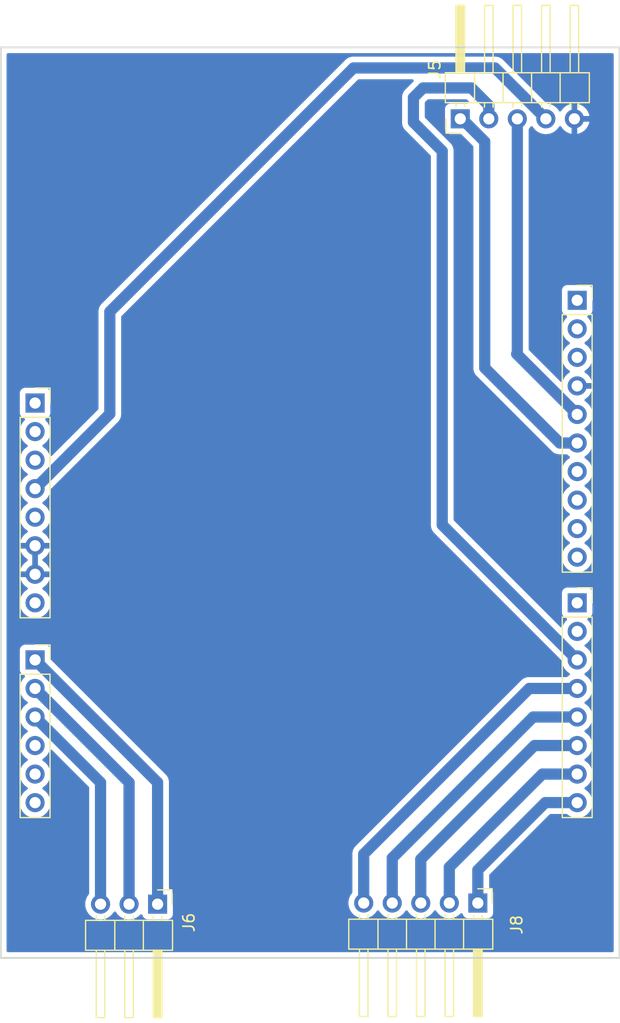
<source format=kicad_pcb>
(kicad_pcb (version 20211014) (generator pcbnew)
  (title_block (date "mar. 31 mars 2015"))
  (layers (0 "F.Cu" signal) (31 "B.Cu" signal) (34 "B.Paste" user) (35 "F.Paste" user) (36 "B.SilkS" user "B.Silkscreen") (37 "F.SilkS" user "F.Silkscreen") (38 "B.Mask" user) (39 "F.Mask" user) (44 "Edge.Cuts" user))
  (net 0 "")
  (net 1 "GND")
  (net 3 "+5V")
  (net 4 "/IOREF")
  (net 5 "/A0")
  (net 6 "/A1")
  (net 7 "/A2")
  (net 8 "/A3")
  (net 9 "/SDA{slash}A4")
  (net 10 "/SCL{slash}A5")
  (net 11 "+3V3")
  (net 12 "VCC")
  (net 13 "/~{RESET}")
  (net 23 "/D12")
  (net 24 "/D13")
  (net 25 "/D5")
  (net 26 "/D0")
  (net 27 "/D1")
  (net 28 "/D2")
  (net 29 "/D3")
  (net 30 "/D4")
  (footprint "Connector_PinSocket_2.54mm:PinSocket_1x08_P2.54mm_Vertical" (layer "F.Cu") (at 109.7028 67.4372)
    (fp_text reference "J1" hide)
    (fp_text value "Power")
    (fp_line (start -1.33 19.11) (end 1.33 19.11) (layer "F.SilkS") (width 0.12))
    (fp_line (start 1.33 1.27) (end 1.33 19.11) (layer "F.SilkS") (width 0.12))
    (fp_line (start -1.33 1.27) (end 1.33 1.27) (layer "F.SilkS") (width 0.12))
    (fp_line (start 0 -1.33) (end 1.33 -1.33) (layer "F.SilkS") (width 0.12))
    (fp_line (start 1.33 -1.33) (end 1.33 0) (layer "F.SilkS") (width 0.12))
    (fp_line (start -1.33 1.27) (end -1.33 19.11) (layer "F.SilkS") (width 0.12))
    (pad "1" thru_hole rect locked (at 0 0) (size 1.7 1.7) (drill 1) (layers *.Cu *.Mask))
    (pad "2" thru_hole oval locked (at 0 2.54) (size 1.7 1.7) (drill 1) (layers *.Cu *.Mask) (net 4 "/IOREF"))
    (pad "3" thru_hole oval locked (at 0 5.08) (size 1.7 1.7) (drill 1) (layers *.Cu *.Mask) (net 13 "/~{RESET}"))
    (pad "4" thru_hole oval locked (at 0 7.62) (size 1.7 1.7) (drill 1) (layers *.Cu *.Mask) (net 11 "+3V3"))
    (pad "5" thru_hole oval locked (at 0 10.16) (size 1.7 1.7) (drill 1) (layers *.Cu *.Mask) (net 3 "+5V"))
    (pad "6" thru_hole oval locked (at 0 12.7) (size 1.7 1.7) (drill 1) (layers *.Cu *.Mask) (net 1 "GND"))
    (pad "7" thru_hole oval locked (at 0 15.24) (size 1.7 1.7) (drill 1) (layers *.Cu *.Mask) (net 1 "GND"))
    (pad "8" thru_hole oval locked (at 0 17.78) (size 1.7 1.7) (drill 1) (layers *.Cu *.Mask) (net 12 "VCC"))
  )
  (footprint "Connector_PinSocket_2.54mm:PinSocket_1x06_P2.54mm_Vertical" (layer "F.Cu") (at 109.7028 90.2972)
    (fp_text reference "J3" hide)
    (fp_text value "Analog")
    (fp_line (start 1.33 1.27) (end 1.33 14.03) (layer "F.SilkS") (width 0.12))
    (fp_line (start 0 -1.33) (end 1.33 -1.33) (layer "F.SilkS") (width 0.12))
    (fp_line (start -1.33 1.27) (end 1.33 1.27) (layer "F.SilkS") (width 0.12))
    (fp_line (start -1.33 1.27) (end -1.33 14.03) (layer "F.SilkS") (width 0.12))
    (fp_line (start -1.33 14.03) (end 1.33 14.03) (layer "F.SilkS") (width 0.12))
    (fp_line (start 1.33 -1.33) (end 1.33 0) (layer "F.SilkS") (width 0.12))
    (pad "1" thru_hole rect locked (at 0 0) (size 1.7 1.7) (drill 1) (layers *.Cu *.Mask) (net 5 "/A0"))
    (pad "2" thru_hole oval locked (at 0 2.54) (size 1.7 1.7) (drill 1) (layers *.Cu *.Mask) (net 6 "/A1"))
    (pad "3" thru_hole oval locked (at 0 5.08) (size 1.7 1.7) (drill 1) (layers *.Cu *.Mask) (net 7 "/A2"))
    (pad "4" thru_hole oval locked (at 0 7.62) (size 1.7 1.7) (drill 1) (layers *.Cu *.Mask) (net 8 "/A3"))
    (pad "5" thru_hole oval locked (at 0 10.16) (size 1.7 1.7) (drill 1) (layers *.Cu *.Mask) (net 9 "/SDA{slash}A4"))
    (pad "6" thru_hole oval locked (at 0 12.7) (size 1.7 1.7) (drill 1) (layers *.Cu *.Mask) (net 10 "/SCL{slash}A5"))
  )
  (footprint "Connector_PinSocket_2.54mm:PinSocket_1x10_P2.54mm_Vertical" (layer "F.Cu") (at 157.9628 58.2932)
    (fp_text reference "J2" hide)
    (fp_text value "Digital/PWM")
    (fp_line (start -1.33 24.19) (end 1.33 24.19) (layer "F.SilkS") (width 0.12))
    (fp_line (start -1.33 1.27) (end -1.33 24.19) (layer "F.SilkS") (width 0.12))
    (fp_line (start 1.33 -1.33) (end 1.33 0) (layer "F.SilkS") (width 0.12))
    (fp_line (start 0 -1.33) (end 1.33 -1.33) (layer "F.SilkS") (width 0.12))
    (fp_line (start 1.33 1.27) (end 1.33 24.19) (layer "F.SilkS") (width 0.12))
    (fp_line (start -1.33 1.27) (end 1.33 1.27) (layer "F.SilkS") (width 0.12))
    (pad "1" thru_hole rect locked (at 0 0) (size 1.7 1.7) (drill 1) (layers *.Cu *.Mask))
    (pad "2" thru_hole oval locked (at 0 2.54) (size 1.7 1.7) (drill 1) (layers *.Cu *.Mask))
    (pad "3" thru_hole oval locked (at 0 5.08) (size 1.7 1.7) (drill 1) (layers *.Cu *.Mask))
    (pad "4" thru_hole oval locked (at 0 7.62) (size 1.7 1.7) (drill 1) (layers *.Cu *.Mask) (net 1 "GND"))
    (pad "5" thru_hole oval locked (at 0 10.16) (size 1.7 1.7) (drill 1) (layers *.Cu *.Mask) (net 24 "/D13"))
    (pad "6" thru_hole oval locked (at 0 12.7) (size 1.7 1.7) (drill 1) (layers *.Cu *.Mask) (net 23 "/D12"))
    (pad "7" thru_hole oval locked (at 0 15.24) (size 1.7 1.7) (drill 1) (layers *.Cu *.Mask))
    (pad "8" thru_hole oval locked (at 0 17.78) (size 1.7 1.7) (drill 1) (layers *.Cu *.Mask))
    (pad "9" thru_hole oval locked (at 0 20.32) (size 1.7 1.7) (drill 1) (layers *.Cu *.Mask))
    (pad "10" thru_hole oval locked (at 0 22.86) (size 1.7 1.7) (drill 1) (layers *.Cu *.Mask))
  )
  (footprint "Connector_PinSocket_2.54mm:PinSocket_1x08_P2.54mm_Vertical" (layer "F.Cu") (at 157.9628 85.2172)
    (fp_text reference "J4" hide)
    (fp_text value "Digital/PWM")
    (fp_line (start -1.33 19.11) (end 1.33 19.11) (layer "F.SilkS") (width 0.12))
    (fp_line (start -1.33 1.27) (end -1.33 19.11) (layer "F.SilkS") (width 0.12))
    (fp_line (start 0 -1.33) (end 1.33 -1.33) (layer "F.SilkS") (width 0.12))
    (fp_line (start -1.33 1.27) (end 1.33 1.27) (layer "F.SilkS") (width 0.12))
    (fp_line (start 1.33 -1.33) (end 1.33 0) (layer "F.SilkS") (width 0.12))
    (fp_line (start 1.33 1.27) (end 1.33 19.11) (layer "F.SilkS") (width 0.12))
    (pad "1" thru_hole rect locked (at 0 0) (size 1.7 1.7) (drill 1) (layers *.Cu *.Mask))
    (pad "2" thru_hole oval locked (at 0 2.54) (size 1.7 1.7) (drill 1) (layers *.Cu *.Mask))
    (pad "3" thru_hole oval locked (at 0 5.08) (size 1.7 1.7) (drill 1) (layers *.Cu *.Mask) (net 25 "/D5"))
    (pad "4" thru_hole oval locked (at 0 7.62) (size 1.7 1.7) (drill 1) (layers *.Cu *.Mask) (net 30 "/D4"))
    (pad "5" thru_hole oval locked (at 0 10.16) (size 1.7 1.7) (drill 1) (layers *.Cu *.Mask) (net 29 "/D3"))
    (pad "6" thru_hole oval locked (at 0 12.7) (size 1.7 1.7) (drill 1) (layers *.Cu *.Mask) (net 28 "/D2"))
    (pad "7" thru_hole oval locked (at 0 15.24) (size 1.7 1.7) (drill 1) (layers *.Cu *.Mask) (net 27 "/D1"))
    (pad "8" thru_hole oval locked (at 0 17.78) (size 1.7 1.7) (drill 1) (layers *.Cu *.Mask) (net 26 "/D0"))
  )
  (footprint "Connector_PinHeader_2.54mm:PinHeader_1x05_P2.54mm_Horizontal" (layer "F.Cu") (at 147.5538 42.145 90)
    (fp_text reference "J5" (at 4.385 -2.27 90) (layer "F.SilkS"))
    (fp_text value "Conn_01x05_Male")
    (fp_line (start 1.44 -1.33) (end 1.44 11.49) (layer "F.SilkS") (width 0.12))
    (fp_line (start 4.1 4.7) (end 10.1 4.7) (layer "F.SilkS") (width 0.12))
    (fp_line (start 10.1 0.38) (end 4.1 0.38) (layer "F.SilkS") (width 0.12))
    (fp_line (start 10.1 10.54) (end 4.1 10.54) (layer "F.SilkS") (width 0.12))
    (fp_line (start 1.042929 2.16) (end 1.44 2.16) (layer "F.SilkS") (width 0.12))
    (fp_line (start 4.1 2.16) (end 10.1 2.16) (layer "F.SilkS") (width 0.12))
    (fp_line (start 4.1 -0.08) (end 10.1 -0.08) (layer "F.SilkS") (width 0.12))
    (fp_line (start 10.1 7.24) (end 10.1 8) (layer "F.SilkS") (width 0.12))
    (fp_line (start -1.27 -1.27) (end 0 -1.27) (layer "F.SilkS") (width 0.12))
    (fp_line (start 4.1 -1.33) (end 1.44 -1.33) (layer "F.SilkS") (width 0.12))
    (fp_line (start 1.44 6.35) (end 4.1 6.35) (layer "F.SilkS") (width 0.12))
    (fp_line (start 10.1 2.16) (end 10.1 2.92) (layer "F.SilkS") (width 0.12))
    (fp_line (start 10.1 9.78) (end 10.1 10.54) (layer "F.SilkS") (width 0.12))
    (fp_line (start 1.042929 2.92) (end 1.44 2.92) (layer "F.SilkS") (width 0.12))
    (fp_line (start 1.11 -0.38) (end 1.44 -0.38) (layer "F.SilkS") (width 0.12))
    (fp_line (start 4.1 0.28) (end 10.1 0.28) (layer "F.SilkS") (width 0.12))
    (fp_line (start 4.1 -0.2) (end 10.1 -0.2) (layer "F.SilkS") (width 0.12))
    (fp_line (start 4.1 11.49) (end 4.1 -1.33) (layer "F.SilkS") (width 0.12))
    (fp_line (start 10.1 4.7) (end 10.1 5.46) (layer "F.SilkS") (width 0.12))
    (fp_line (start 10.1 8) (end 4.1 8) (layer "F.SilkS") (width 0.12))
    (fp_line (start 1.44 11.49) (end 4.1 11.49) (layer "F.SilkS") (width 0.12))
    (fp_line (start 1.11 0.38) (end 1.44 0.38) (layer "F.SilkS") (width 0.12))
    (fp_line (start 10.1 -0.38) (end 10.1 0.38) (layer "F.SilkS") (width 0.12))
    (fp_line (start 4.1 -0.32) (end 10.1 -0.32) (layer "F.SilkS") (width 0.12))
    (fp_line (start 1.042929 9.78) (end 1.44 9.78) (layer "F.SilkS") (width 0.12))
    (fp_line (start 1.042929 10.54) (end 1.44 10.54) (layer "F.SilkS") (width 0.12))
    (fp_line (start 10.1 2.92) (end 4.1 2.92) (layer "F.SilkS") (width 0.12))
    (fp_line (start 4.1 0.04) (end 10.1 0.04) (layer "F.SilkS") (width 0.12))
    (fp_line (start 1.042929 5.46) (end 1.44 5.46) (layer "F.SilkS") (width 0.12))
    (fp_line (start 1.042929 8) (end 1.44 8) (layer "F.SilkS") (width 0.12))
    (fp_line (start 1.44 1.27) (end 4.1 1.27) (layer "F.SilkS") (width 0.12))
    (fp_line (start -1.27 0) (end -1.27 -1.27) (layer "F.SilkS") (width 0.12))
    (fp_line (start 1.44 8.89) (end 4.1 8.89) (layer "F.SilkS") (width 0.12))
    (fp_line (start 1.44 3.81) (end 4.1 3.81) (layer "F.SilkS") (width 0.12))
    (fp_line (start 4.1 9.78) (end 10.1 9.78) (layer "F.SilkS") (width 0.12))
    (fp_line (start 1.042929 4.7) (end 1.44 4.7) (layer "F.SilkS") (width 0.12))
    (fp_line (start 1.042929 7.24) (end 1.44 7.24) (layer "F.SilkS") (width 0.12))
    (fp_line (start 4.1 7.24) (end 10.1 7.24) (layer "F.SilkS") (width 0.12))
    (fp_line (start 10.1 5.46) (end 4.1 5.46) (layer "F.SilkS") (width 0.12))
    (fp_line (start 4.1 0.16) (end 10.1 0.16) (layer "F.SilkS") (width 0.12))
    (fp_line (start 4.1 -0.38) (end 10.1 -0.38) (layer "F.SilkS") (width 0.12))
    (pad "1" thru_hole rect (at 0 0 90) (size 1.7 1.7) (drill 1) (layers *.Cu *.Mask) (net 23 "/D12"))
    (pad "2" thru_hole oval (at 0 2.54 90) (size 1.7 1.7) (drill 1) (layers *.Cu *.Mask) (net 25 "/D5"))
    (pad "3" thru_hole oval (at 0 5.08 90) (size 1.7 1.7) (drill 1) (layers *.Cu *.Mask) (net 24 "/D13"))
    (pad "4" thru_hole oval (at 0 7.62 90) (size 1.7 1.7) (drill 1) (layers *.Cu *.Mask) (net 11 "+3V3"))
    (pad "5" thru_hole oval (at 0 10.16 90) (size 1.7 1.7) (drill 1) (layers *.Cu *.Mask) (net 1 "GND"))
  )
  (footprint "Connector_PinHeader_2.54mm:PinHeader_1x03_P2.54mm_Horizontal" (layer "F.Cu") (at 120.6098 112.0334 -90)
    (fp_text reference "J6" (at 1.6318 -2.7836 90) (layer "F.SilkS"))
    (fp_text value "Conn_01x03_Male")
    (fp_line (start 1.44 6.41) (end 4.1 6.41) (layer "F.SilkS") (width 0.12))
    (fp_line (start 1.44 -1.33) (end 1.44 6.41) (layer "F.SilkS") (width 0.12))
    (fp_line (start -1.27 0) (end -1.27 -1.27) (layer "F.SilkS") (width 0.12))
    (fp_line (start 1.11 -0.38) (end 1.44 -0.38) (layer "F.SilkS") (width 0.12))
    (fp_line (start -1.27 -1.27) (end 0 -1.27) (layer "F.SilkS") (width 0.12))
    (fp_line (start 4.1 -0.08) (end 10.1 -0.08) (layer "F.SilkS") (width 0.12))
    (fp_line (start 4.1 -0.38) (end 10.1 -0.38) (layer "F.SilkS") (width 0.12))
    (fp_line (start 4.1 6.41) (end 4.1 -1.33) (layer "F.SilkS") (width 0.12))
    (fp_line (start 4.1 -1.33) (end 1.44 -1.33) (layer "F.SilkS") (width 0.12))
    (fp_line (start 4.1 -0.2) (end 10.1 -0.2) (layer "F.SilkS") (width 0.12))
    (fp_line (start 1.042929 2.16) (end 1.44 2.16) (layer "F.SilkS") (width 0.12))
    (fp_line (start 4.1 0.04) (end 10.1 0.04) (layer "F.SilkS") (width 0.12))
    (fp_line (start 4.1 0.28) (end 10.1 0.28) (layer "F.SilkS") (width 0.12))
    (fp_line (start 1.11 0.38) (end 1.44 0.38) (layer "F.SilkS") (width 0.12))
    (fp_line (start 1.042929 4.7) (end 1.44 4.7) (layer "F.SilkS") (width 0.12))
    (fp_line (start 10.1 0.38) (end 4.1 0.38) (layer "F.SilkS") (width 0.12))
    (fp_line (start 1.042929 5.46) (end 1.44 5.46) (layer "F.SilkS") (width 0.12))
    (fp_line (start 1.042929 2.92) (end 1.44 2.92) (layer "F.SilkS") (width 0.12))
    (fp_line (start 1.44 1.27) (end 4.1 1.27) (layer "F.SilkS") (width 0.12))
    (fp_line (start 10.1 5.46) (end 4.1 5.46) (layer "F.SilkS") (width 0.12))
    (fp_line (start 10.1 -0.38) (end 10.1 0.38) (layer "F.SilkS") (width 0.12))
    (fp_line (start 4.1 4.7) (end 10.1 4.7) (layer "F.SilkS") (width 0.12))
    (fp_line (start 4.1 -0.32) (end 10.1 -0.32) (layer "F.SilkS") (width 0.12))
    (fp_line (start 1.44 3.81) (end 4.1 3.81) (layer "F.SilkS") (width 0.12))
    (fp_line (start 10.1 2.92) (end 4.1 2.92) (layer "F.SilkS") (width 0.12))
    (fp_line (start 10.1 4.7) (end 10.1 5.46) (layer "F.SilkS") (width 0.12))
    (fp_line (start 4.1 2.16) (end 10.1 2.16) (layer "F.SilkS") (width 0.12))
    (fp_line (start 4.1 0.16) (end 10.1 0.16) (layer "F.SilkS") (width 0.12))
    (fp_line (start 10.1 2.16) (end 10.1 2.92) (layer "F.SilkS") (width 0.12))
    (pad "1" thru_hole rect (at 0 0 270) (size 1.7 1.7) (drill 1) (layers *.Cu *.Mask) (net 5 "/A0"))
    (pad "2" thru_hole oval (at 0 2.54 270) (size 1.7 1.7) (drill 1) (layers *.Cu *.Mask) (net 6 "/A1"))
    (pad "3" thru_hole oval (at 0 5.08 270) (size 1.7 1.7) (drill 1) (layers *.Cu *.Mask) (net 7 "/A2"))
  )
  (footprint "Connector_PinHeader_2.54mm:PinHeader_1x05_P2.54mm_Horizontal" (layer "F.Cu") (at 149.1186 111.9318 -90)
    (fp_text reference "J8" (at 1.9366 -3.4594 90) (layer "F.SilkS"))
    (fp_text value "Conn_01x05_Male")
    (fp_line (start 10.1 4.7) (end 10.1 5.46) (layer "F.SilkS") (width 0.12))
    (fp_line (start 4.1 -0.2) (end 10.1 -0.2) (layer "F.SilkS") (width 0.12))
    (fp_line (start 1.11 -0.38) (end 1.44 -0.38) (layer "F.SilkS") (width 0.12))
    (fp_line (start 10.1 9.78) (end 10.1 10.54) (layer "F.SilkS") (width 0.12))
    (fp_line (start 1.042929 4.7) (end 1.44 4.7) (layer "F.SilkS") (width 0.12))
    (fp_line (start 1.44 -1.33) (end 1.44 11.49) (layer "F.SilkS") (width 0.12))
    (fp_line (start -1.27 -1.27) (end 0 -1.27) (layer "F.SilkS") (width 0.12))
    (fp_line (start 10.1 7.24) (end 10.1 8) (layer "F.SilkS") (width 0.12))
    (fp_line (start 1.042929 2.16) (end 1.44 2.16) (layer "F.SilkS") (width 0.12))
    (fp_line (start 1.44 11.49) (end 4.1 11.49) (layer "F.SilkS") (width 0.12))
    (fp_line (start 1.042929 5.46) (end 1.44 5.46) (layer "F.SilkS") (width 0.12))
    (fp_line (start 1.042929 2.92) (end 1.44 2.92) (layer "F.SilkS") (width 0.12))
    (fp_line (start 10.1 2.92) (end 4.1 2.92) (layer "F.SilkS") (width 0.12))
    (fp_line (start 10.1 8) (end 4.1 8) (layer "F.SilkS") (width 0.12))
    (fp_line (start 10.1 5.46) (end 4.1 5.46) (layer "F.SilkS") (width 0.12))
    (fp_line (start 10.1 2.16) (end 10.1 2.92) (layer "F.SilkS") (width 0.12))
    (fp_line (start 4.1 0.04) (end 10.1 0.04) (layer "F.SilkS") (width 0.12))
    (fp_line (start 4.1 -0.32) (end 10.1 -0.32) (layer "F.SilkS") (width 0.12))
    (fp_line (start 1.042929 9.78) (end 1.44 9.78) (layer "F.SilkS") (width 0.12))
    (fp_line (start 4.1 4.7) (end 10.1 4.7) (layer "F.SilkS") (width 0.12))
    (fp_line (start 1.44 8.89) (end 4.1 8.89) (layer "F.SilkS") (width 0.12))
    (fp_line (start 4.1 -0.08) (end 10.1 -0.08) (layer "F.SilkS") (width 0.12))
    (fp_line (start 4.1 7.24) (end 10.1 7.24) (layer "F.SilkS") (width 0.12))
    (fp_line (start 4.1 11.49) (end 4.1 -1.33) (layer "F.SilkS") (width 0.12))
    (fp_line (start 4.1 0.28) (end 10.1 0.28) (layer "F.SilkS") (width 0.12))
    (fp_line (start 10.1 10.54) (end 4.1 10.54) (layer "F.SilkS") (width 0.12))
    (fp_line (start 10.1 0.38) (end 4.1 0.38) (layer "F.SilkS") (width 0.12))
    (fp_line (start 1.11 0.38) (end 1.44 0.38) (layer "F.SilkS") (width 0.12))
    (fp_line (start 4.1 2.16) (end 10.1 2.16) (layer "F.SilkS") (width 0.12))
    (fp_line (start 1.44 1.27) (end 4.1 1.27) (layer "F.SilkS") (width 0.12))
    (fp_line (start 1.44 6.35) (end 4.1 6.35) (layer "F.SilkS") (width 0.12))
    (fp_line (start 10.1 -0.38) (end 10.1 0.38) (layer "F.SilkS") (width 0.12))
    (fp_line (start 1.042929 8) (end 1.44 8) (layer "F.SilkS") (width 0.12))
    (fp_line (start 4.1 9.78) (end 10.1 9.78) (layer "F.SilkS") (width 0.12))
    (fp_line (start 1.44 3.81) (end 4.1 3.81) (layer "F.SilkS") (width 0.12))
    (fp_line (start -1.27 0) (end -1.27 -1.27) (layer "F.SilkS") (width 0.12))
    (fp_line (start 4.1 -0.38) (end 10.1 -0.38) (layer "F.SilkS") (width 0.12))
    (fp_line (start 1.042929 7.24) (end 1.44 7.24) (layer "F.SilkS") (width 0.12))
    (fp_line (start 4.1 -1.33) (end 1.44 -1.33) (layer "F.SilkS") (width 0.12))
    (fp_line (start 4.1 0.16) (end 10.1 0.16) (layer "F.SilkS") (width 0.12))
    (fp_line (start 1.042929 10.54) (end 1.44 10.54) (layer "F.SilkS") (width 0.12))
    (pad "1" thru_hole rect (at 0 0 270) (size 1.7 1.7) (drill 1) (layers *.Cu *.Mask) (net 26 "/D0"))
    (pad "2" thru_hole oval (at 0 2.54 270) (size 1.7 1.7) (drill 1) (layers *.Cu *.Mask) (net 27 "/D1"))
    (pad "3" thru_hole oval (at 0 5.08 270) (size 1.7 1.7) (drill 1) (layers *.Cu *.Mask) (net 28 "/D2"))
    (pad "4" thru_hole oval (at 0 7.62 270) (size 1.7 1.7) (drill 1) (layers *.Cu *.Mask) (net 29 "/D3"))
    (pad "5" thru_hole oval (at 0 10.16 270) (size 1.7 1.7) (drill 1) (layers *.Cu *.Mask) (net 30 "/D4"))
  )
  (gr_rect (start 106.6548 35.7888) (end 161.722 116.8148) (layer "Edge.Cuts") (width 0.15) (fill none))
  (segment (start 120.6098 101.2042) (end 120.6098 112.0334) (width 1) (layer "B.Cu") (net 5))
  (segment (start 109.7028 90.2972) (end 120.6098 101.2042) (width 1) (layer "B.Cu") (net 5))
  (segment (start 118.0698 112.0334) (end 118.0698 101.2042) (width 1) (layer "B.Cu") (net 6))
  (segment (start 118.0698 101.2042) (end 109.7028 92.8372) (width 1) (layer "B.Cu") (net 6))
  (segment (start 115.5298 101.2042) (end 115.5298 112.0334) (width 1) (layer "B.Cu") (net 7))
  (segment (start 109.7028 95.3772) (end 115.5298 101.2042) (width 1) (layer "B.Cu") (net 7))
  (segment (start 138.0492 37.6176) (end 116.3576 59.3092) (width 1) (layer "B.Cu") (net 11))
  (segment (start 116.3576 68.4024) (end 109.7028 75.0572) (width 1) (layer "B.Cu") (net 11))
  (segment (start 155.1738 42.145) (end 150.6464 37.6176) (width 1) (layer "B.Cu") (net 11))
  (segment (start 150.6464 37.6176) (end 138.0492 37.6176) (width 1) (layer "B.Cu") (net 11))
  (segment (start 116.3576 59.3092) (end 116.3576 68.4024) (width 1) (layer "B.Cu") (net 11))
  (segment (start 156.4134 70.9932) (end 149.7332 64.313) (width 1) (layer "B.Cu") (net 23))
  (segment (start 157.9628 70.9932) (end 156.4134 70.9932) (width 1) (layer "B.Cu") (net 23))
  (segment (start 147.7062 42.145) (end 147.5538 42.145) (width 1) (layer "B.Cu") (net 23))
  (segment (start 149.7332 44.172) (end 147.7062 42.145) (width 1) (layer "B.Cu") (net 23))
  (segment (start 149.7332 64.313) (end 149.7332 44.172) (width 1) (layer "B.Cu") (net 23))
  (segment (start 152.6338 63.0126) (end 152.6338 42.145) (width 1) (layer "B.Cu") (net 24))
  (segment (start 152.578 63.0684) (end 152.6338 63.0126) (width 1) (layer "B.Cu") (net 24))
  (segment (start 157.9628 68.4532) (end 152.578 63.0684) (width 1) (layer "B.Cu") (net 24))
  (segment (start 157.9628 90.2972) (end 145.9486 78.283) (width 1) (layer "B.Cu") (net 25))
  (segment (start 143.3832 40.2592) (end 144.2468 39.3956) (width 1) (layer "B.Cu") (net 25))
  (segment (start 145.9486 45.009) (end 143.3832 42.4436) (width 1) (layer "B.Cu") (net 25))
  (segment (start 150.0938 40.942919) (end 150.0938 42.145) (width 1) (layer "B.Cu") (net 25))
  (segment (start 144.2468 39.3956) (end 148.546481 39.3956) (width 1) (layer "B.Cu") (net 25))
  (segment (start 143.3832 42.4436) (end 143.3832 40.2592) (width 1) (layer "B.Cu") (net 25))
  (segment (start 145.9486 78.283) (end 145.9486 45.009) (width 1) (layer "B.Cu") (net 25))
  (segment (start 148.546481 39.3956) (end 150.0938 40.942919) (width 1) (layer "B.Cu") (net 25))
  (segment (start 149.1186 111.9318) (end 149.1186 108.9966) (width 1) (layer "B.Cu") (net 26))
  (segment (start 155.118 102.9972) (end 157.9628 102.9972) (width 1) (layer "B.Cu") (net 26))
  (segment (start 149.1186 108.9966) (end 155.118 102.9972) (width 1) (layer "B.Cu") (net 26))
  (segment (start 154.864 100.4572) (end 157.9628 100.4572) (width 1) (layer "B.Cu") (net 27))
  (segment (start 146.5786 108.7426) (end 154.864 100.4572) (width 1) (layer "B.Cu") (net 27))
  (segment (start 146.5786 111.9318) (end 146.5786 108.7426) (width 1) (layer "B.Cu") (net 27))
  (segment (start 154.1528 97.9172) (end 157.9628 97.9172) (width 1) (layer "B.Cu") (net 28))
  (segment (start 144.0386 111.9318) (end 144.0386 108.0314) (width 1) (layer "B.Cu") (net 28))
  (segment (start 144.0386 108.0314) (end 154.1528 97.9172) (width 1) (layer "B.Cu") (net 28))
  (segment (start 141.4986 107.9298) (end 154.0512 95.3772) (width 1) (layer "B.Cu") (net 29))
  (segment (start 141.4986 111.9318) (end 141.4986 107.9298) (width 1) (layer "B.Cu") (net 29))
  (segment (start 154.0512 95.3772) (end 157.9628 95.3772) (width 1) (layer "B.Cu") (net 29))
  (segment (start 138.9586 107.5742) (end 153.6956 92.8372) (width 1) (layer "B.Cu") (net 30))
  (segment (start 153.6956 92.8372) (end 157.9628 92.8372) (width 1) (layer "B.Cu") (net 30))
  (segment (start 138.9586 111.9318) (end 138.9586 107.5742) (width 1) (layer "B.Cu") (net 30))
  (zone (net 1) (net_name "GND") (layer "B.Cu") (connect_pads (clearance 0.508)) (min_thickness 0.254) (fill yes (thermal_gap 0.508) (thermal_bridge_width 0.508))
    (polygon (pts (xy 161.722 116.8148) (xy 106.6548 116.8148) (xy 106.7056 35.8396) (xy 161.722 35.7888)))
  )
)
</source>
